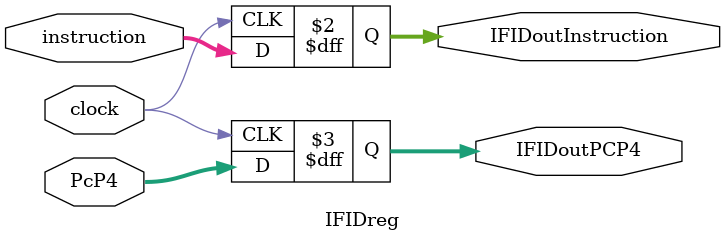
<source format=v>
module IFIDreg(input clock , input [31:0]  instruction ,PcP4, output reg[31:0]IFIDoutInstruction ,IFIDoutPCP4);
  
  always@ (posedge clock)
  begin
   IFIDoutPCP4 = PcP4;
   IFIDoutInstruction = instruction;
  end
  
endmodule
</source>
